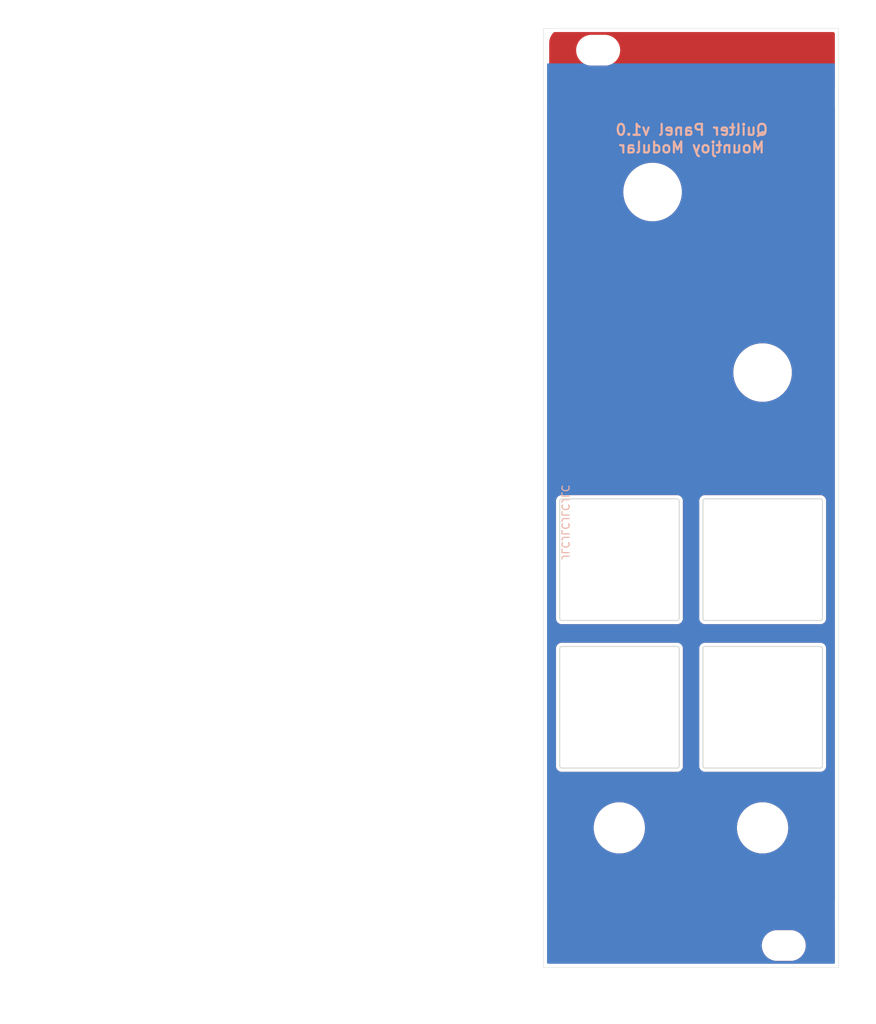
<source format=kicad_pcb>
(kicad_pcb (version 20211014) (generator pcbnew)
  (layers (0 "F.Cu" signal) (31 "B.Cu" signal) (34 "B.Paste" user) (35 "F.Paste" user) (36 "B.SilkS" user "B.Silkscreen") (37 "F.SilkS" user "F.Silkscreen") (38 "B.Mask" user) (39 "F.Mask" user) (44 "Edge.Cuts" user))
  (net 0 "")
  (footprint "Custom_Footprints:Alpha_9mm_pot_hole" (layer "F.Cu") (at 64.95 53.6 180)
    (fp_text reference "Ref**" hide)
    (fp_text value "Alpha_9mm_pot" hide)
    (pad "" np_thru_hole circle locked (at 0 0 180) (size 7 7) (drill 7) (layers *.Cu *.Mask))
  )
  (footprint "Custom_Footprints:Alpha_9mm_pot_hole" (layer "F.Cu") (at 80 78.3 180)
    (fp_text reference "Ref**" hide)
    (fp_text value "Alpha_9mm_pot" hide)
    (pad "" np_thru_hole circle locked (at 0 0 180) (size 7 7) (drill 7) (layers *.Cu *.Mask))
  )
  (footprint "Graphics:Quilter" (layer "F.Cu") (at 75.2 34.9)
    (fp_text reference "G***" hide)
    (fp_text value "LOGO" hide)
  )
  (footprint "Custom_Footprints:RJ45_Molex_42878-8506_Mounting_Hole" (layer "F.Cu") (at 80 124.1)
    (fp_text reference "Output" hide)
    (fp_text value "RJ45_Molex_42878-8506_Mounting_Hole")
    (fp_line (start 7.88 8.32) (end -7.88 8.32) (layer "Edge.Cuts") (width 0.12))
    (fp_line (start 8.19 -8.02) (end 8.19 8.02) (layer "Edge.Cuts") (width 0.12))
    (fp_line (start 7.88 -8.32) (end -7.88 -8.32) (layer "Edge.Cuts") (width 0.12))
    (fp_line (start -8.16 -8.02) (end -8.16 8.02) (layer "Edge.Cuts") (width 0.12))
    (fp_arc (start 8.19 8.02) (mid 8.100917 8.238111) (end 7.88 8.32) (layer "Edge.Cuts") (width 0.12))
    (fp_arc (start 7.88 -8.32) (mid 8.096588 -8.233658) (end 8.19 -8.02) (layer "Edge.Cuts") (width 0.12))
    (fp_arc (start -7.88 8.32) (mid -8.081749 8.227632) (end -8.16 8.02) (layer "Edge.Cuts") (width 0.12))
    (fp_arc (start -8.16 -8.02) (mid -8.081443 -8.227347) (end -7.88 -8.32) (layer "Edge.Cuts") (width 0.12))
  )
  (footprint "kibuzzard-63FBA61E" (layer "F.Cu") (at 80.1 58.7 -90)
    (fp_text reference "kibuzzard-63FBA61E" hide)
    (fp_text value "G***" hide)
  )
  (footprint "Custom_Footprints:RJ45_Molex_42878-8506_Mounting_Hole" (layer "F.Cu") (at 80 103.9)
    (fp_text reference "PWM_In" hide)
    (fp_text value "RJ45_Molex_42878-8506_Mounting_Hole")
    (fp_line (start 8.19 -8.02) (end 8.19 8.02) (layer "Edge.Cuts") (width 0.12))
    (fp_line (start -8.16 -8.02) (end -8.16 8.02) (layer "Edge.Cuts") (width 0.12))
    (fp_line (start 7.88 8.32) (end -7.88 8.32) (layer "Edge.Cuts") (width 0.12))
    (fp_line (start 7.88 -8.32) (end -7.88 -8.32) (layer "Edge.Cuts") (width 0.12))
    (fp_arc (start -7.88 8.32) (mid -8.081749 8.227632) (end -8.16 8.02) (layer "Edge.Cuts") (width 0.12))
    (fp_arc (start -8.16 -8.02) (mid -8.081443 -8.227347) (end -7.88 -8.32) (layer "Edge.Cuts") (width 0.12))
    (fp_arc (start 8.19 8.02) (mid 8.100917 8.238111) (end 7.88 8.32) (layer "Edge.Cuts") (width 0.12))
    (fp_arc (start 7.88 -8.32) (mid 8.096588 -8.233658) (end 8.19 -8.02) (layer "Edge.Cuts") (width 0.12))
  )
  (footprint "kibuzzard-63FBA5D0" (layer "F.Cu") (at 84.1 148)
    (fp_text reference "kibuzzard-63FBA5D0" hide)
    (fp_text value "G***" hide)
  )
  (footprint "Custom_Footprints:Oval_Mounting_Hole" (layer "F.Cu") (at 82.9 156.7)
    (fp_text reference "Ref**" hide)
    (fp_text value "Oval_Mounting_Hole")
    (pad "" np_thru_hole oval locked (at 0 0) (size 5 3.2) (drill oval 5 3.2) (layers *.Cu *.Mask))
  )
  (footprint "Custom_Footprints:Thonkiconn_Socket_MountingHole_6mm" (layer "F.Cu") (at 60.4 140.6 180)
    (fp_text reference "Ref**" hide)
    (fp_text value "Thonkiconn_Socket_MountingHole_6mm")
    (pad "" np_thru_hole circle locked (at 0 0 180) (size 6 6) (drill 6) (layers F&B.Cu *.Mask))
  )
  (footprint "Custom_Footprints:Thonkiconn_Socket_MountingHole_6mm" (layer "F.Cu") (at 80 140.6 180)
    (fp_text reference "Ref**" hide)
    (fp_text value "Thonkiconn_Socket_MountingHole_6mm")
    (pad "" np_thru_hole circle locked (at 0 0 180) (size 6 6) (drill 6) (layers *.Cu *.Mask))
  )
  (footprint "kibuzzard-63FBA3C4" (layer "F.Cu") (at 60.4 84.6 90)
    (fp_text reference "kibuzzard-63FBA3C4" hide)
    (fp_text value "G***" hide)
  )
  (footprint "kibuzzard-63FA2F5E" (layer "F.Cu") (at 85.6 89)
    (fp_text reference "kibuzzard-63FA2F5E" hide)
    (fp_text value "G***" hide)
  )
  (footprint "Custom_Footprints:RJ45_Molex_42878-8506_Mounting_Hole" (layer "F.Cu") (at 60.4 103.9)
    (fp_text reference "FM_In" hide)
    (fp_text value "RJ45_Molex_42878-8506_Mounting_Hole")
    (fp_line (start -8.16 -8.02) (end -8.16 8.02) (layer "Edge.Cuts") (width 0.12))
    (fp_line (start 7.88 8.32) (end -7.88 8.32) (layer "Edge.Cuts") (width 0.12))
    (fp_line (start 8.19 -8.02) (end 8.19 8.02) (layer "Edge.Cuts") (width 0.12))
    (fp_line (start 7.88 -8.32) (end -7.88 -8.32) (layer "Edge.Cuts") (width 0.12))
    (fp_arc (start -7.88 8.32) (mid -8.081749 8.227632) (end -8.16 8.02) (layer "Edge.Cuts") (width 0.12))
    (fp_arc (start 7.88 -8.32) (mid 8.096588 -8.233658) (end 8.19 -8.02) (layer "Edge.Cuts") (width 0.12))
    (fp_arc (start -8.16 -8.02) (mid -8.081443 -8.227347) (end -7.88 -8.32) (layer "Edge.Cuts") (width 0.12))
    (fp_arc (start 8.19 8.02) (mid 8.100917 8.238111) (end 7.88 8.32) (layer "Edge.Cuts") (width 0.12))
  )
  (footprint "Custom_Footprints:Oval_Mounting_Hole" (layer "F.Cu") (at 57.5 34.2)
    (fp_text reference "Ref**" hide)
    (fp_text value "Oval_Mounting_Hole")
    (pad "" np_thru_hole oval locked (at 0 0) (size 5 3.2) (drill oval 5 3.2) (layers *.Cu *.Mask))
  )
  (footprint "Custom_Footprints:RJ45_Molex_42878-8506_Mounting_Hole" (layer "F.Cu") (at 60.4 124.1)
    (fp_text reference "V_per_Oct_In" hide)
    (fp_text value "RJ45_Molex_42878-8506_Mounting_Hole")
    (fp_line (start 7.88 -8.32) (end -7.88 -8.32) (layer "Edge.Cuts") (width 0.12))
    (fp_line (start 8.19 -8.02) (end 8.19 8.02) (layer "Edge.Cuts") (width 0.12))
    (fp_line (start 7.88 8.32) (end -7.88 8.32) (layer "Edge.Cuts") (width 0.12))
    (fp_line (start -8.16 -8.02) (end -8.16 8.02) (layer "Edge.Cuts") (width 0.12))
    (fp_arc (start -7.88 8.32) (mid -8.081749 8.227632) (end -8.16 8.02) (layer "Edge.Cuts") (width 0.12))
    (fp_arc (start 7.88 -8.32) (mid 8.096588 -8.233658) (end 8.19 -8.02) (layer "Edge.Cuts") (width 0.12))
    (fp_arc (start 8.19 8.02) (mid 8.100917 8.238111) (end 7.88 8.32) (layer "Edge.Cuts") (width 0.12))
    (fp_arc (start -8.16 -8.02) (mid -8.081443 -8.227347) (end -7.88 -8.32) (layer "Edge.Cuts") (width 0.12))
  )
  (footprint "kibuzzard-63FBA07E" (layer "F.Cu") (at 56.1 147.95)
    (fp_text reference "kibuzzard-63FBA07E" hide)
    (fp_text value "G***" hide)
  )
  (gr_rect (start 50 31.2) (end 90.4 159.7) (layer "Edge.Cuts") (width 0.05) (fill none))
  (gr_text "Quilter Panel v1.0\nMountjoy Modular" (at 70.3 46.3) (layer "B.SilkS") (effects (font (size 1.5 1.5) (thickness 0.3)) (justify mirror)))
  (gr_text "JLCJLCJLCJLC" (at 53 98.8 -90) (layer "B.SilkS") (effects (font (size 1 1)) (justify mirror)))
  (zone (net 0) (net_name "") (layer "F.Cu") (connect_pads (clearance 0.508)) (min_thickness 0.254) (fill yes (thermal_gap 0.508) (thermal_bridge_width 0.508) (smoothing fillet) (radius 2))
    (polygon (pts (xy 69.5 151.4) (xy 49.7 151.4) (xy 49.7 41.4) (xy 69.5 41.4)))
  )
  (zone (net 0) (net_name "") (layer "F.Cu") (connect_pads (clearance 0.508)) (min_thickness 0.254) (fill yes (thermal_gap 0.508) (thermal_bridge_width 0.508) (smoothing fillet) (radius 2))
    (polygon (pts (xy 92.1 40) (xy 50.8 40) (xy 50.8 28.5) (xy 92.1 28.5)))
  )
  (zone (net 0) (net_name "") (layer "F.Cu") (connect_pads (clearance 0.508)) (min_thickness 0.254) (fill yes (thermal_gap 0.508) (thermal_bridge_width 0.508) (smoothing fillet) (radius 2))
    (polygon (pts (xy 91.4 159.9) (xy 49.6 159.9) (xy 49.6 152.6) (xy 91.4 152.6)))
  )
  (zone (net 0) (net_name "") (layer "F.Cu") (connect_pads (clearance 0.508)) (min_thickness 0.254) (fill yes (thermal_gap 0.508) (thermal_bridge_width 0.508) (smoothing fillet) (radius 2))
    (polygon (pts (xy 91.5 151.4) (xy 70.9 151.4) (xy 70.9 41.4) (xy 91.5 41.4)))
  )
  (zone (net 0) (net_name "") (layer "B.Cu") (connect_pads (clearance 0.508)) (min_thickness 0.254) (fill yes (thermal_gap 0.508) (thermal_bridge_width 0.508))
    (polygon (pts (xy 49.3 36) (xy 91.1 36) (xy 91.1 161.1) (xy 49.3 161.1)))
  )
)
</source>
